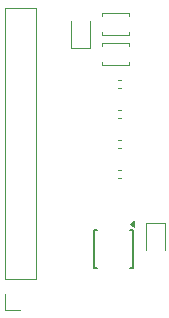
<source format=gbr>
%TF.GenerationSoftware,KiCad,Pcbnew,8.0.8*%
%TF.CreationDate,2025-01-25T22:43:36+07:00*%
%TF.ProjectId,Pton1,50746f6e-312e-46b6-9963-61645f706362,rev?*%
%TF.SameCoordinates,Original*%
%TF.FileFunction,Legend,Top*%
%TF.FilePolarity,Positive*%
%FSLAX46Y46*%
G04 Gerber Fmt 4.6, Leading zero omitted, Abs format (unit mm)*
G04 Created by KiCad (PCBNEW 8.0.8) date 2025-01-25 22:43:36*
%MOMM*%
%LPD*%
G01*
G04 APERTURE LIST*
%ADD10C,0.120000*%
%ADD11C,0.150000*%
G04 APERTURE END LIST*
D10*
%TO.C,C2*%
X96035000Y-46517500D02*
X96035000Y-44207500D01*
X94465000Y-46517500D02*
X96035000Y-46517500D01*
X94465000Y-44207500D02*
X94465000Y-46517500D01*
%TO.C,R4*%
X98396359Y-54230000D02*
X98703641Y-54230000D01*
X98396359Y-54990000D02*
X98703641Y-54990000D01*
%TO.C,J2*%
X88840000Y-66040000D02*
X88840000Y-43120000D01*
X88840000Y-68640000D02*
X88840000Y-67310000D01*
X90170000Y-68640000D02*
X88840000Y-68640000D01*
X91500000Y-43120000D02*
X88840000Y-43120000D01*
X91500000Y-66040000D02*
X88840000Y-66040000D01*
X91500000Y-66040000D02*
X91500000Y-43120000D01*
%TO.C,C1*%
X100815000Y-61277500D02*
X100815000Y-63587500D01*
X102385000Y-61277500D02*
X100815000Y-61277500D01*
X102385000Y-63587500D02*
X102385000Y-61277500D01*
%TO.C,R2*%
X98703641Y-49150000D02*
X98396359Y-49150000D01*
X98703641Y-49910000D02*
X98396359Y-49910000D01*
%TO.C,FB1*%
X97100000Y-43540000D02*
X99320000Y-43540000D01*
X97100000Y-43750000D02*
X97100000Y-43540000D01*
X97100000Y-45360000D02*
X97100000Y-45150000D01*
X99320000Y-43750000D02*
X99320000Y-43540000D01*
X99320000Y-45150000D02*
X99320000Y-45360000D01*
X99320000Y-45360000D02*
X97100000Y-45360000D01*
%TO.C,FB2*%
X97100000Y-46080000D02*
X99320000Y-46080000D01*
X97100000Y-46290000D02*
X97100000Y-46080000D01*
X97100000Y-47900000D02*
X97100000Y-47690000D01*
X99320000Y-46290000D02*
X99320000Y-46080000D01*
X99320000Y-47690000D02*
X99320000Y-47900000D01*
X99320000Y-47900000D02*
X97100000Y-47900000D01*
D11*
%TO.C,Ship1*%
X96435000Y-61875000D02*
X96435000Y-65125000D01*
X96435000Y-61875000D02*
X96660000Y-61875000D01*
X96435000Y-65125000D02*
X96660000Y-65125000D01*
X99685000Y-61875000D02*
X99460000Y-61875000D01*
X99685000Y-61875000D02*
X99685000Y-65125000D01*
X99685000Y-65125000D02*
X99460000Y-65125000D01*
D10*
X99790000Y-61640000D02*
X99460000Y-61400000D01*
X99790000Y-61160000D01*
X99790000Y-61640000D01*
G36*
X99790000Y-61640000D02*
G01*
X99460000Y-61400000D01*
X99790000Y-61160000D01*
X99790000Y-61640000D01*
G37*
%TO.C,R1*%
X98703641Y-56770000D02*
X98396359Y-56770000D01*
X98703641Y-57530000D02*
X98396359Y-57530000D01*
%TO.C,R3*%
X98703641Y-51690000D02*
X98396359Y-51690000D01*
X98703641Y-52450000D02*
X98396359Y-52450000D01*
%TD*%
M02*

</source>
